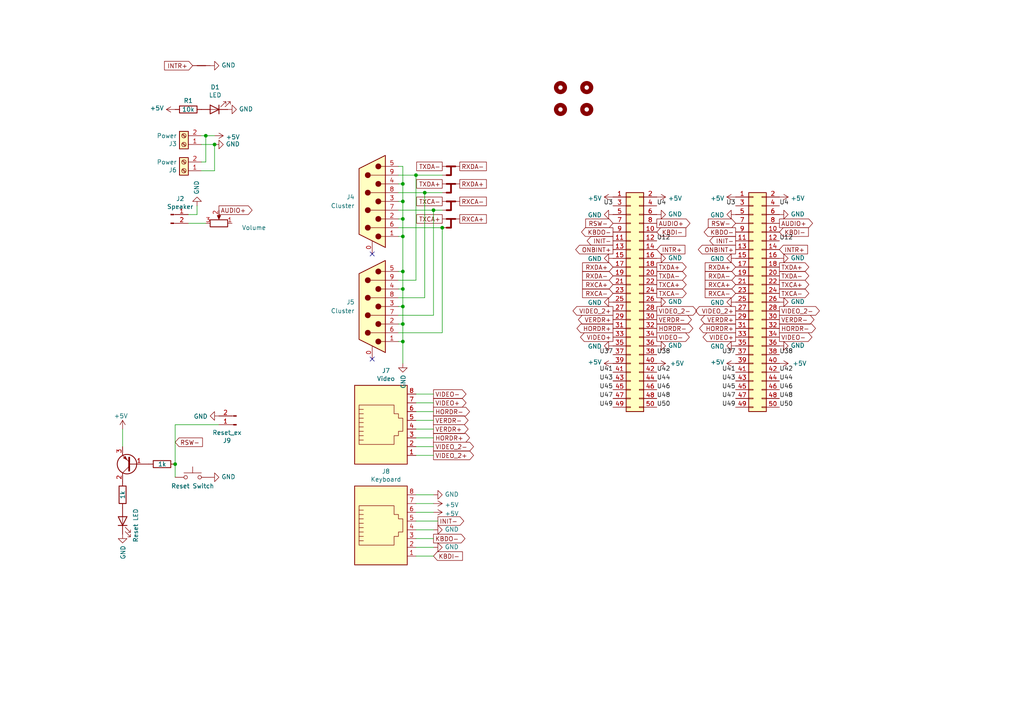
<source format=kicad_sch>
(kicad_sch (version 20231120) (generator "eeschema") (generator_version "8.0")
  (paper "A4")
  (lib_symbols
    (symbol "AWS_CPU_Interface_Board-rescue:+5V-power" (power) (pin_names (offset 0))
      (property "Value" "power_+5V" (at 0 3.556 0))
      (symbol "+5V-power_0_1"
        (polyline (pts (xy -0.762 1.27) (xy 0 2.54)))
        (polyline (pts (xy 0 0) (xy 0 2.54)))
        (polyline (pts (xy 0 2.54) (xy 0.762 1.27)))
      )
      (symbol "+5V-power_1_1"
        (pin power_in line (at 0 0 90) (length 0) hide (name "+5V") (number "1"))
      )
    )
    (symbol "AWS_CPU_Interface_Board-rescue:Conn_01x02_Male-Connector" (pin_names (offset 1.016) hide)
      (property "Reference" "J" (at 0 2.54 0))
      (property "Value" "Connector_Conn_01x02_Male" (at 0 -5.08 0))
      (symbol "Conn_01x02_Male-Connector_1_1"
        (polyline (pts (xy 1.27 -2.54) (xy 0.8636 -2.54)) (stroke (width 0.1524)))
        (polyline (pts (xy 1.27 0) (xy 0.8636 0)) (stroke (width 0.1524)))
        (rectangle (start 0.8636 -2.413) (end 0 -2.667) (stroke (width 0.1524)) (fill (type outline)))
        (rectangle (start 0.8636 0.127) (end 0 -0.127) (stroke (width 0.1524)) (fill (type outline)))
        (pin passive line (at 5.08 0 180) (length 3.81) (name "Pin_1") (number "1"))
        (pin passive line (at 5.08 -2.54 180) (length 3.81) (name "Pin_2") (number "2"))
      )
    )
    (symbol "AWS_CPU_Interface_Board-rescue:Conn_2Rows-50Pins-Connector_Generic_Custom" (pin_names (offset 1.016) hide)
      (property "Reference" "J" (at 1.27 33.02 0))
      (property "Value" "Conn_2Rows-50Pins-Connector_Generic_Custom" (at 1.27 -33.02 0))
      (symbol "Conn_2Rows-50Pins-Connector_Generic_Custom_1_1"
        (rectangle (start -1.27 -30.353) (end 0 -30.607) (stroke (width 0.1524)))
        (rectangle (start -1.27 -27.813) (end 0 -28.067) (stroke (width 0.1524)))
        (rectangle (start -1.27 -25.273) (end 0 -25.527) (stroke (width 0.1524)))
        (rectangle (start -1.27 -22.733) (end 0 -22.987) (stroke (width 0.1524)))
        (rectangle (start -1.27 -20.193) (end 0 -20.447) (stroke (width 0.1524)))
        (rectangle (start -1.27 -17.653) (end 0 -17.907) (stroke (width 0.1524)))
        (rectangle (start -1.27 -15.113) (end 0 -15.367) (stroke (width 0.1524)))
        (rectangle (start -1.27 -12.573) (end 0 -12.827) (stroke (width 0.1524)))
        (rectangle (start -1.27 -10.033) (end 0 -10.287) (stroke (width 0.1524)))
        (rectangle (start -1.27 -7.493) (end 0 -7.747) (stroke (width 0.1524)))
        (rectangle (start -1.27 -4.953) (end 0 -5.207) (stroke (width 0.1524)))
        (rectangle (start -1.27 -2.413) (end 0 -2.667) (stroke (width 0.1524)))
        (rectangle (start -1.27 0.127) (end 0 -0.127) (stroke (width 0.1524)))
        (rectangle (start -1.27 2.667) (end 0 2.413) (stroke (width 0.1524)))
        (rectangle (start -1.27 5.207) (end 0 4.953) (stroke (width 0.1524)))
        (rectangle (start -1.27 7.747) (end 0 7.493) (stroke (width 0.1524)))
        (rectangle (start -1.27 10.287) (end 0 10.033) (stroke (width 0.1524)))
        (rectangle (start -1.27 12.827) (end 0 12.573) (stroke (width 0.1524)))
        (rectangle (start -1.27 15.367) (end 0 15.113) (stroke (width 0.1524)))
        (rectangle (start -1.27 17.907) (end 0 17.653) (stroke (width 0.1524)))
        (rectangle (start -1.27 20.447) (end 0 20.193) (stroke (width 0.1524)))
        (rectangle (start -1.27 22.987) (end 0 22.733) (stroke (width 0.1524)))
        (rectangle (start -1.27 25.527) (end 0 25.273) (stroke (width 0.1524)))
        (rectangle (start -1.27 28.067) (end 0 27.813) (stroke (width 0.1524)))
        (rectangle (start -1.27 30.607) (end 0 30.353) (stroke (width 0.1524)))
        (rectangle (start -1.27 31.75) (end 3.81 -31.75) (stroke (width 0.254)) (fill (type background)))
        (rectangle (start 3.81 -30.353) (end 2.54 -30.607) (stroke (width 0.1524)))
        (rectangle (start 3.81 -27.813) (end 2.54 -28.067) (stroke (width 0.1524)))
        (rectangle (start 3.81 -25.273) (end 2.54 -25.527) (stroke (width 0.1524)))
        (rectangle (start 3.81 -22.733) (end 2.54 -22.987) (stroke (width 0.1524)))
        (rectangle (start 3.81 -20.193) (end 2.54 -20.447) (stroke (width 0.1524)))
        (rectangle (start 3.81 -17.653) (end 2.54 -17.907) (stroke (width 0.1524)))
        (rectangle (start 3.81 -15.113) (end 2.54 -15.367) (stroke (width 0.1524)))
        (rectangle (start 3.81 -12.573) (end 2.54 -12.827) (stroke (width 0.1524)))
        (rectangle (start 3.81 -10.033) (end 2.54 -10.287) (stroke (width 0.1524)))
        (rectangle (start 3.81 -7.493) (end 2.54 -7.747) (stroke (width 0.1524)))
        (rectangle (start 3.81 -4.953) (end 2.54 -5.207) (stroke (width 0.1524)))
        (rectangle (start 3.81 -2.413) (end 2.54 -2.667) (stroke (width 0.1524)))
        (rectangle (start 3.81 0.127) (end 2.54 -0.127) (stroke (width 0.1524)))
        (rectangle (start 3.81 2.667) (end 2.54 2.413) (stroke (width 0.1524)))
        (rectangle (start 3.81 5.207) (end 2.54 4.953) (stroke (width 0.1524)))
        (rectangle (start 3.81 7.747) (end 2.54 7.493) (stroke (width 0.1524)))
        (rectangle (start 3.81 10.287) (end 2.54 10.033) (stroke (width 0.1524)))
        (rectangle (start 3.81 12.827) (end 2.54 12.573) (stroke (width 0.1524)))
        (rectangle (start 3.81 15.367) (end 2.54 15.113) (stroke (width 0.1524)))
        (rectangle (start 3.81 17.907) (end 2.54 17.653) (stroke (width 0.1524)))
        (rectangle (start 3.81 20.447) (end 2.54 20.193) (stroke (width 0.1524)))
        (rectangle (start 3.81 22.987) (end 2.54 22.733) (stroke (width 0.1524)))
        (rectangle (start 3.81 25.527) (end 2.54 25.273) (stroke (width 0.1524)))
        (rectangle (start 3.81 28.067) (end 2.54 27.813) (stroke (width 0.1524)))
        (rectangle (start 3.81 30.607) (end 2.54 30.353) (stroke (width 0.1524)))
        (pin passive line (at -5.08 30.48 0) (length 3.81) (name "Pin_1") (number "1"))
        (pin passive line (at 7.62 20.32 180) (length 3.81) (name "Pin_10") (number "10"))
        (pin passive line (at -5.08 17.78 0) (length 3.81) (name "Pin_11") (number "11"))
        (pin passive line (at 7.62 17.78 180) (length 3.81) (name "Pin_12") (number "12"))
        (pin passive line (at -5.08 15.24 0) (length 3.81) (name "Pin_13") (number "13"))
        (pin passive line (at 7.62 15.24 180) (length 3.81) (name "Pin_14") (number "14"))
        (pin passive line (at -5.08 12.7 0) (length 3.81) (name "Pin_15") (number "15"))
        (pin passive line (at 7.62 12.7 180) (length 3.81) (name "Pin_16") (number "16"))
        (pin passive line (at -5.08 10.16 0) (length 3.81) (name "Pin_17") (number "17"))
        (pin passive line (at 7.62 10.16 180) (length 3.81) (name "Pin_18") (number "18"))
        (pin passive line (at -5.08 7.62 0) (length 3.81) (name "Pin_19") (number "19"))
        (pin passive line (at 7.62 30.48 180) (length 3.81) (name "Pin_2") (number "2"))
        (pin passive line (at 7.62 7.62 180) (length 3.81) (name "Pin_20") (number "20"))
        (pin passive line (at -5.08 5.08 0) (length 3.81) (name "Pin_21") (number "21"))
        (pin passive line (at 7.62 5.08 180) (length 3.81) (name "Pin_22") (number "22"))
        (pin passive line (at -5.08 2.54 0) (length 3.81) (name "Pin_23") (number "23"))
        (pin passive line (at 7.62 2.54 180) (length 3.81) (name "Pin_24") (number "24"))
        (pin passive line (at -5.08 0 0) (length 3.81) (name "Pin_25") (number "25"))
        (pin passive line (at 7.62 0 180) (length 3.81) (name "Pin_26") (number "26"))
        (pin passive line (at -5.08 -2.54 0) (length 3.81) (name "Pin_27") (number "27"))
        (pin passive line (at 7.62 -2.54 180) (length 3.81) (name "Pin_28") (number "28"))
        (pin passive line (at -5.08 -5.08 0) (length 3.81) (name "Pin_29") (number "29"))
        (pin passive line (at -5.08 27.94 0) (length 3.81) (name "Pin_3") (number "3"))
        (pin passive line (at 7.62 -5.08 180) (length 3.81) (name "Pin_30") (number "30"))
        (pin passive line (at -5.08 -7.62 0) (length 3.81) (name "Pin_31") (number "31"))
        (pin passive line (at 7.62 -7.62 180) (length 3.81) (name "Pin_32") (number "32"))
        (pin passive line (at -5.08 -10.16 0) (length 3.81) (name "Pin_33") (number "33"))
        (pin passive line (at 7.62 -10.16 180) (length 3.81) (name "Pin_34") (number "34"))
        (pin passive line (at -5.08 -12.7 0) (length 3.81) (name "Pin_35") (number "35"))
        (pin passive line (at 7.62 -12.7 180) (length 3.81) (name "Pin_36") (number "36"))
        (pin passive line (at -5.08 -15.24 0) (length 3.81) (name "Pin_37") (number "37"))
        (pin passive line (at 7.62 -15.24 180) (length 3.81) (name "Pin_38") (number "38"))
        (pin passive line (at -5.08 -17.78 0) (length 3.81) (name "Pin_39") (number "39"))
        (pin passive line (at 7.62 27.94 180) (length 3.81) (name "Pin_4") (number "4"))
        (pin passive line (at 7.62 -17.78 180) (length 3.81) (name "Pin_40") (number "40"))
        (pin passive line (at -5.08 -20.32 0) (length 3.81) (name "Pin_41") (number "41"))
        (pin passive line (at 7.62 -20.32 180) (length 3.81) (name "Pin_42") (number "42"))
        (pin passive line (at -5.08 -22.86 0) (length 3.81) (name "Pin_43") (number "43"))
        (pin passive line (at 7.62 -22.86 180) (length 3.81) (name "Pin_44") (number "44"))
        (pin passive line (at -5.08 -25.4 0) (length 3.81) (name "Pin_45") (number "45"))
        (pin passive line (at 7.62 -25.4 180) (length 3.81) (name "Pin_46") (number "46"))
        (pin passive line (at -5.08 -27.94 0) (length 3.81) (name "Pin_47") (number "47"))
        (pin passive line (at 7.62 -27.94 180) (length 3.81) (name "Pin_48") (number "48"))
        (pin passive line (at -5.08 -30.48 0) (length 3.81) (name "Pin_49") (number "49"))
        (pin passive line (at -5.08 25.4 0) (length 3.81) (name "Pin_5") (number "5"))
        (pin passive line (at 7.62 -30.48 180) (length 3.81) (name "Pin_50") (number "50"))
        (pin passive line (at 7.62 25.4 180) (length 3.81) (name "Pin_6") (number "6"))
        (pin passive line (at -5.08 22.86 0) (length 3.81) (name "Pin_7") (number "7"))
        (pin passive line (at 7.62 22.86 180) (length 3.81) (name "Pin_8") (number "8"))
        (pin passive line (at -5.08 20.32 0) (length 3.81) (name "Pin_9") (number "9"))
      )
    )
    (symbol "AWS_CPU_Interface_Board-rescue:GND-power" (power) (pin_names (offset 0))
      (property "Value" "power_GND" (at 0 -3.81 0))
      (symbol "GND-power_0_1"
        (polyline (pts (xy 0 0) (xy 0 -1.27) (xy 1.27 -1.27) (xy 0 -2.54) (xy -1.27 -1.27) (xy 0 -1.27)))
      )
      (symbol "GND-power_1_1"
        (pin power_in line (at 0 0 270) (length 0) hide (name "GND") (number "1"))
      )
    )
    (symbol "AWS_CPU_Interface_Board-rescue:Net-Tie_2-Device" (pin_numbers hide) (pin_names (offset 0) hide)
      (property "Reference" "NT" (at 0 1.27 0))
      (property "Value" "Device_Net-Tie_2" (at 0 -1.27 0))
      (symbol "Net-Tie_2-Device_0_1"
        (polyline (pts (xy -1.27 0) (xy 1.27 0)) (stroke (width 0.254)))
      )
      (symbol "Net-Tie_2-Device_1_1"
        (pin passive line (at -2.54 0 0) (length 2.54) (name "1") (number "1"))
        (pin passive line (at 2.54 0 180) (length 2.54) (name "2") (number "2"))
      )
    )
    (symbol "AWS_CPU_Interface_Board-rescue:Net-Tie_3-Device" (pin_numbers hide) (pin_names (offset 0) hide)
      (property "Reference" "NT" (at 0 1.27 0))
      (property "Value" "Device_Net-Tie_3" (at 0 -3.81 0))
      (symbol "Net-Tie_3-Device_0_1"
        (polyline (pts (xy -1.27 0) (xy 1.27 0)) (stroke (width 0.508)))
        (polyline (pts (xy 0 0) (xy 0 -2.54) (xy -1.27 -2.54)) (stroke (width 0.508)))
      )
      (symbol "Net-Tie_3-Device_1_1"
        (pin passive line (at -2.54 0 0) (length 2.54) (name "1") (number "1"))
        (pin passive line (at 2.54 0 180) (length 2.54) (name "2") (number "2"))
        (pin passive line (at -2.54 -2.54 0) (length 2.54) (name "3") (number "3"))
      )
    )
    (symbol "AWS_CPU_Interface_Board-rescue:R_POT-Device" (pin_names (offset 1.016) hide)
      (property "Reference" "RV" (at -4.445 0 90))
      (property "Value" "Device_R_POT" (at -2.54 0 90))
      (symbol "R_POT-Device_0_1"
        (polyline (pts (xy 2.54 0) (xy 1.524 0)))
        (polyline (pts (xy 1.143 0) (xy 2.286 0.508) (xy 2.286 -0.508) (xy 1.143 0)) (fill (type outline)))
        (rectangle (start 1.016 2.54) (end -1.016 -2.54) (stroke (width 0.254)))
      )
      (symbol "R_POT-Device_1_1"
        (pin passive line (at 0 3.81 270) (length 1.27) (name "1") (number "1"))
        (pin passive line (at 3.81 0 180) (length 1.27) (name "2") (number "2"))
        (pin passive line (at 0 -3.81 90) (length 1.27) (name "3") (number "3"))
      )
    )
    (symbol "Connector:DE9_Plug_MountingHoles" (pin_names (offset 1.016) hide)
      (property "Reference" "J" (at 0 16.51 0))
      (property "Value" "DE9_Plug_MountingHoles" (at 0 14.605 0))
      (symbol "DE9_Plug_MountingHoles_0_1"
        (circle (center -1.778 -10.16) (radius 0.762) (fill (type outline)))
        (circle (center -1.778 -5.08) (radius 0.762) (fill (type outline)))
        (circle (center -1.778 0) (radius 0.762) (fill (type outline)))
        (circle (center -1.778 5.08) (radius 0.762) (fill (type outline)))
        (circle (center -1.778 10.16) (radius 0.762) (fill (type outline)))
        (polyline (pts (xy -3.81 -10.16) (xy -2.54 -10.16)))
        (polyline (pts (xy -3.81 -7.62) (xy 0.508 -7.62)))
        (polyline (pts (xy -3.81 -5.08) (xy -2.54 -5.08)))
        (polyline (pts (xy -3.81 -2.54) (xy 0.508 -2.54)))
        (polyline (pts (xy -3.81 0) (xy -2.54 0)))
        (polyline (pts (xy -3.81 2.54) (xy 0.508 2.54)))
        (polyline (pts (xy -3.81 5.08) (xy -2.54 5.08)))
        (polyline (pts (xy -3.81 7.62) (xy 0.508 7.62)))
        (polyline (pts (xy -3.81 10.16) (xy -2.54 10.16)))
        (polyline (pts (xy -3.81 -13.335) (xy -3.81 13.335) (xy 3.81 9.525) (xy 3.81 -9.525) (xy -3.81 -13.335)) (stroke (width 0.254)) (fill (type background)))
        (circle (center 1.27 -7.62) (radius 0.762) (fill (type outline)))
        (circle (center 1.27 -2.54) (radius 0.762) (fill (type outline)))
        (circle (center 1.27 2.54) (radius 0.762) (fill (type outline)))
        (circle (center 1.27 7.62) (radius 0.762) (fill (type outline)))
      )
      (symbol "DE9_Plug_MountingHoles_1_1"
        (pin passive line (at 0 -15.24 90) (length 3.81) (name "PAD") (number "0"))
        (pin passive line (at -7.62 -10.16 0) (length 3.81) (name "1") (number "1"))
        (pin passive line (at -7.62 -5.08 0) (length 3.81) (name "2") (number "2"))
        (pin passive line (at -7.62 0 0) (length 3.81) (name "3") (number "3"))
        (pin passive line (at -7.62 5.08 0) (length 3.81) (name "4") (number "4"))
        (pin passive line (at -7.62 10.16 0) (length 3.81) (name "5") (number "5"))
        (pin passive line (at -7.62 -7.62 0) (length 3.81) (name "6") (number "6"))
        (pin passive line (at -7.62 -2.54 0) (length 3.81) (name "7") (number "7"))
        (pin passive line (at -7.62 2.54 0) (length 3.81) (name "8") (number "8"))
        (pin passive line (at -7.62 7.62 0) (length 3.81) (name "9") (number "9"))
      )
    )
    (symbol "Connector:RJ45" (pin_names (offset 1.016))
      (property "Reference" "J" (at -5.08 13.97 0))
      (property "Value" "RJ45" (at 2.54 13.97 0))
      (symbol "RJ45_0_1"
        (polyline (pts (xy -5.08 4.445) (xy -6.35 4.445)))
        (polyline (pts (xy -5.08 5.715) (xy -6.35 5.715)))
        (polyline (pts (xy -6.35 -3.175) (xy -5.08 -3.175) (xy -5.08 -3.175)))
        (polyline (pts (xy -6.35 -1.905) (xy -5.08 -1.905) (xy -5.08 -1.905)))
        (polyline (pts (xy -6.35 -0.635) (xy -5.08 -0.635) (xy -5.08 -0.635)))
        (polyline (pts (xy -6.35 0.635) (xy -5.08 0.635) (xy -5.08 0.635)))
        (polyline (pts (xy -6.35 1.905) (xy -5.08 1.905) (xy -5.08 1.905)))
        (polyline (pts (xy -5.08 3.175) (xy -6.35 3.175) (xy -6.35 3.175)))
        (polyline (pts (xy -6.35 -4.445) (xy -6.35 6.985) (xy 3.81 6.985) (xy 3.81 4.445) (xy 5.08 4.445) (xy 5.08 3.175) (xy 6.35 3.175) (xy 6.35 -0.635) (xy 5.08 -0.635) (xy 5.08 -1.905) (xy 3.81 -1.905) (xy 3.81 -4.445) (xy -6.35 -4.445) (xy -6.35 -4.445)))
        (rectangle (start 7.62 12.7) (end -7.62 -10.16) (stroke (width 0.254)) (fill (type background)))
      )
      (symbol "RJ45_1_1"
        (pin passive line (at 10.16 -7.62 180) (length 2.54) (name "~") (number "1"))
        (pin passive line (at 10.16 -5.08 180) (length 2.54) (name "~") (number "2"))
        (pin passive line (at 10.16 -2.54 180) (length 2.54) (name "~") (number "3"))
        (pin passive line (at 10.16 0 180) (length 2.54) (name "~") (number "4"))
        (pin passive line (at 10.16 2.54 180) (length 2.54) (name "~") (number "5"))
        (pin passive line (at 10.16 5.08 180) (length 2.54) (name "~") (number "6"))
        (pin passive line (at 10.16 7.62 180) (length 2.54) (name "~") (number "7"))
        (pin passive line (at 10.16 10.16 180) (length 2.54) (name "~") (number "8"))
      )
    )
    (symbol "Connector:Screw_Terminal_01x02" (pin_names (offset 1.016) hide)
      (property "Reference" "J" (at 0 2.54 0))
      (property "Value" "Screw_Terminal_01x02" (at 0 -5.08 0))
      (symbol "Screw_Terminal_01x02_1_1"
        (rectangle (start -1.27 1.27) (end 1.27 -3.81) (stroke (width 0.254)) (fill (type background)))
        (circle (center 0 -2.54) (radius 0.635) (stroke (width 0.1524)))
        (polyline (pts (xy -0.5334 -2.2098) (xy 0.3302 -3.048)) (stroke (width 0.1524)))
        (polyline (pts (xy -0.5334 0.3302) (xy 0.3302 -0.508)) (stroke (width 0.1524)))
        (polyline (pts (xy -0.3556 -2.032) (xy 0.508 -2.8702)) (stroke (width 0.1524)))
        (polyline (pts (xy -0.3556 0.508) (xy 0.508 -0.3302)) (stroke (width 0.1524)))
        (circle (center 0 0) (radius 0.635) (stroke (width 0.1524)))
        (pin passive line (at -5.08 0 0) (length 3.81) (name "Pin_1") (number "1"))
        (pin passive line (at -5.08 -2.54 0) (length 3.81) (name "Pin_2") (number "2"))
      )
    )
    (symbol "Device:LED" (pin_numbers hide) (pin_names (offset 1.016) hide)
      (property "Reference" "D" (at 0 2.54 0))
      (property "Value" "LED" (at 0 -2.54 0))
      (symbol "LED_0_1"
        (polyline (pts (xy -1.27 -1.27) (xy -1.27 1.27)) (stroke (width 0.254)))
        (polyline (pts (xy -1.27 0) (xy 1.27 0)))
        (polyline (pts (xy 1.27 -1.27) (xy 1.27 1.27) (xy -1.27 0) (xy 1.27 -1.27)) (stroke (width 0.254)))
        (polyline (pts (xy -3.048 -0.762) (xy -4.572 -2.286) (xy -3.81 -2.286) (xy -4.572 -2.286) (xy -4.572 -1.524)))
        (polyline (pts (xy -1.778 -0.762) (xy -3.302 -2.286) (xy -2.54 -2.286) (xy -3.302 -2.286) (xy -3.302 -1.524)))
      )
      (symbol "LED_1_1"
        (pin passive line (at -3.81 0 0) (length 2.54) (name "K") (number "1"))
        (pin passive line (at 3.81 0 180) (length 2.54) (name "A") (number "2"))
      )
    )
    (symbol "Device:Q_PNP_BCE" (pin_names (offset 0) hide)
      (property "Reference" "Q" (at 5.08 1.27 0))
      (property "Value" "Q_PNP_BCE" (at 5.08 -1.27 0))
      (symbol "Q_PNP_BCE_0_1"
        (polyline (pts (xy 0.635 0.635) (xy 2.54 2.54)))
        (polyline (pts (xy 0.635 -0.635) (xy 2.54 -2.54) (xy 2.54 -2.54)))
        (polyline (pts (xy 0.635 1.905) (xy 0.635 -1.905) (xy 0.635 -1.905)) (stroke (width 0.508)))
        (polyline (pts (xy 2.286 -1.778) (xy 1.778 -2.286) (xy 1.27 -1.27) (xy 2.286 -1.778) (xy 2.286 -1.778)) (fill (type outline)))
        (circle (center 1.27 0) (radius 2.8194) (stroke (width 0.254)))
      )
      (symbol "Q_PNP_BCE_1_1"
        (pin input line (at -5.08 0 0) (length 5.715) (name "B") (number "1"))
        (pin passive line (at 2.54 5.08 270) (length 2.54) (name "C") (number "2"))
        (pin passive line (at 2.54 -5.08 90) (length 2.54) (name "E") (number "3"))
      )
    )
    (symbol "Device:R" (pin_numbers hide) (pin_names (offset 0))
      (property "Reference" "R" (at 2.032 0 90))
      (property "Value" "R" (at 0 0 90))
      (symbol "R_0_1"
        (rectangle (start -1.016 -2.54) (end 1.016 2.54) (stroke (width 0.254)))
      )
      (symbol "R_1_1"
        (pin passive line (at 0 3.81 270) (length 1.27) (name "~") (number "1"))
        (pin passive line (at 0 -3.81 90) (length 1.27) (name "~") (number "2"))
      )
    )
    (symbol "Mechanical:MountingHole" (pin_names (offset 1.016)) (exclude_from_sim yes) (in_bom no)
      (property "Reference" "H" (at 0 5.08 0))
      (property "Value" "MountingHole" (at 0 3.175 0))
      (symbol "MountingHole_0_1"
        (circle (center 0 0) (radius 1.27) (stroke (width 1.27)))
      )
    )
    (symbol "Switch:SW_Push" (pin_numbers hide) (pin_names (offset 1.016) hide)
      (property "Reference" "SW" (at 1.27 2.54 0))
      (property "Value" "SW_Push" (at 0 -1.524 0))
      (symbol "SW_Push_0_1"
        (circle (center -2.032 0) (radius 0.508))
        (polyline (pts (xy 0 1.27) (xy 0 3.048)))
        (polyline (pts (xy 2.54 1.27) (xy -2.54 1.27)))
        (circle (center 2.032 0) (radius 0.508))
        (pin passive line (at -5.08 0 0) (length 2.54) (name "1") (number "1"))
        (pin passive line (at 5.08 0 180) (length 2.54) (name "2") (number "2"))
      )
    )
  )
  (junction (at 116.84 53.34))
  (junction (at 123.19 55.88))
  (junction (at 116.84 63.5))
  (junction (at 116.84 83.82))
  (junction (at 62.23 41.91))
  (junction (at 120.65 50.8))
  (junction (at 116.84 78.74))
  (junction (at 116.84 88.9))
  (junction (at 116.84 58.42))
  (junction (at 128.27 66.04))
  (junction (at 116.84 99.06))
  (junction (at 50.8 134.62))
  (junction (at 59.69 39.37))
  (junction (at 116.84 93.98))
  (junction (at 125.73 60.96))
  (junction (at 116.84 68.58))
  (no_connect (at 107.95 104.14))
  (no_connect (at 107.95 73.66))
  (wire (pts (xy 120.65 50.8) (xy 128.27 50.8)))
  (wire (pts (xy 116.84 68.58) (xy 115.57 68.58)))
  (wire (pts (xy 116.84 68.58) (xy 116.84 78.74)))
  (wire (pts (xy 35.56 124.46) (xy 35.56 129.54)))
  (wire (pts (xy 116.84 78.74) (xy 116.84 83.82)))
  (wire (pts (xy 116.84 58.42) (xy 116.84 63.5)))
  (wire (pts (xy 116.84 93.98) (xy 116.84 99.06)))
  (wire (pts (xy 59.69 39.37) (xy 62.23 39.37)))
  (wire (pts (xy 120.65 119.38) (xy 125.73 119.38)))
  (wire (pts (xy 115.57 48.26) (xy 116.84 48.26)))
  (wire (pts (xy 120.65 158.75) (xy 125.73 158.75)))
  (wire (pts (xy 116.84 58.42) (xy 115.57 58.42)))
  (wire (pts (xy 116.84 88.9) (xy 115.57 88.9)))
  (wire (pts (xy 120.65 124.46) (xy 125.73 124.46)))
  (wire (pts (xy 120.65 116.84) (xy 125.73 116.84)))
  (wire (pts (xy 115.57 96.52) (xy 128.27 96.52)))
  (wire (pts (xy 123.19 86.36) (xy 123.19 55.88)))
  (wire (pts (xy 57.15 62.23) (xy 57.15 59.69)))
  (wire (pts (xy 50.8 123.19) (xy 63.5 123.19)))
  (wire (pts (xy 116.84 99.06) (xy 116.84 105.41)))
  (wire (pts (xy 120.65 121.92) (xy 125.73 121.92)))
  (wire (pts (xy 59.69 46.99) (xy 58.42 46.99)))
  (wire (pts (xy 116.84 83.82) (xy 115.57 83.82)))
  (wire (pts (xy 120.65 161.29) (xy 125.73 161.29)))
  (wire (pts (xy 116.84 93.98) (xy 115.57 93.98)))
  (wire (pts (xy 116.84 99.06) (xy 115.57 99.06)))
  (wire (pts (xy 120.65 151.13) (xy 127 151.13)))
  (wire (pts (xy 115.57 55.88) (xy 123.19 55.88)))
  (wire (pts (xy 54.61 64.77) (xy 59.69 64.77)))
  (wire (pts (xy 123.19 55.88) (xy 128.27 55.88)))
  (wire (pts (xy 120.65 129.54) (xy 125.73 129.54)))
  (wire (pts (xy 116.84 53.34) (xy 116.84 58.42)))
  (wire (pts (xy 125.73 60.96) (xy 128.27 60.96)))
  (wire (pts (xy 115.57 66.04) (xy 128.27 66.04)))
  (wire (pts (xy 58.42 39.37) (xy 59.69 39.37)))
  (wire (pts (xy 115.57 86.36) (xy 123.19 86.36)))
  (wire (pts (xy 120.65 127) (xy 125.73 127)))
  (wire (pts (xy 115.57 91.44) (xy 125.73 91.44)))
  (wire (pts (xy 120.65 143.51) (xy 125.73 143.51)))
  (wire (pts (xy 120.65 153.67) (xy 125.73 153.67)))
  (wire (pts (xy 116.84 88.9) (xy 116.84 93.98)))
  (wire (pts (xy 125.73 91.44) (xy 125.73 60.96)))
  (wire (pts (xy 115.57 60.96) (xy 125.73 60.96)))
  (wire (pts (xy 116.84 63.5) (xy 115.57 63.5)))
  (wire (pts (xy 115.57 50.8) (xy 120.65 50.8)))
  (wire (pts (xy 120.65 132.08) (xy 125.73 132.08)))
  (wire (pts (xy 120.65 81.28) (xy 120.65 50.8)))
  (wire (pts (xy 50.8 134.62) (xy 50.8 138.43)))
  (wire (pts (xy 59.69 39.37) (xy 59.69 46.99)))
  (wire (pts (xy 120.65 114.3) (xy 125.73 114.3)))
  (wire (pts (xy 62.23 41.91) (xy 62.23 49.53)))
  (wire (pts (xy 58.42 41.91) (xy 62.23 41.91)))
  (wire (pts (xy 125.73 146.05) (xy 120.65 146.05)))
  (wire (pts (xy 116.84 53.34) (xy 115.57 53.34)))
  (wire (pts (xy 115.57 81.28) (xy 120.65 81.28)))
  (wire (pts (xy 120.65 156.21) (xy 125.73 156.21)))
  (wire (pts (xy 116.84 63.5) (xy 116.84 68.58)))
  (wire (pts (xy 116.84 78.74) (xy 115.57 78.74)))
  (wire (pts (xy 116.84 48.26) (xy 116.84 53.34)))
  (wire (pts (xy 116.84 83.82) (xy 116.84 88.9)))
  (wire (pts (xy 120.65 148.59) (xy 125.73 148.59)))
  (wire (pts (xy 54.61 62.23) (xy 57.15 62.23)))
  (wire (pts (xy 62.23 49.53) (xy 58.42 49.53)))
  (wire (pts (xy 50.8 123.19) (xy 50.8 134.62)))
  (wire (pts (xy 128.27 96.52) (xy 128.27 66.04)))
  (label "U38" (at 226.06 102.87 0))
  (label "U46" (at 226.06 113.03 0))
  (label "U45" (at 213.36 113.03 180))
  (label "U44" (at 226.06 110.49 0))
  (label "U48" (at 226.06 115.57 0))
  (label "U50" (at 190.5 118.11 0))
  (label "U12" (at 226.06 69.85 0))
  (label "U44" (at 190.5 110.49 0))
  (label "U3" (at 177.8 59.69 180))
  (label "U38" (at 190.5 102.87 0))
  (label "U3" (at 213.36 59.69 180))
  (label "U4" (at 226.06 59.69 0))
  (label "U45" (at 177.8 113.03 180))
  (label "U43" (at 177.8 110.49 180))
  (label "U12" (at 190.5 69.85 0))
  (label "U37" (at 177.8 102.87 180))
  (label "U50" (at 226.06 118.11 0))
  (label "U49" (at 177.8 118.11 180))
  (label "U41" (at 177.8 107.95 180))
  (label "U47" (at 177.8 115.57 180))
  (label "U48" (at 190.5 115.57 0))
  (label "U43" (at 213.36 110.49 180))
  (label "U49" (at 213.36 118.11 180))
  (label "U4" (at 190.5 59.69 0))
  (label "U42" (at 190.5 107.95 0))
  (label "U37" (at 213.36 102.87 180))
  (label "U41" (at 213.36 107.95 180))
  (label "U47" (at 213.36 115.57 180))
  (label "U46" (at 190.5 113.03 0))
  (label "U42" (at 226.06 107.95 0))
  (global_label "VIDEO_2+" (shape output) (at 213.36 90.17 180) (property "Intersheetrefs" "${INTERSHEET_REFS}" (effects (hide yes))))
  (global_label "HORDR+" (shape output) (at 213.36 95.25 180) (property "Intersheetrefs" "${INTERSHEET_REFS}" (effects (hide yes))))
  (global_label "VIDEO_2-" (shape output) (at 190.5 90.17 0) (property "Intersheetrefs" "${INTERSHEET_REFS}" (effects (hide yes))))
  (global_label "TXCA-" (shape output) (at 190.5 85.09 0) (property "Intersheetrefs" "${INTERSHEET_REFS}" (effects (hide yes))))
  (global_label "VERDR-" (shape output) (at 190.5 92.71 0) (property "Intersheetrefs" "${INTERSHEET_REFS}" (effects (hide yes))))
  (global_label "VIDEO_2-" (shape output) (at 226.06 90.17 0) (property "Intersheetrefs" "${INTERSHEET_REFS}" (effects (hide yes))))
  (global_label "VERDR+" (shape output) (at 213.36 92.71 180) (property "Intersheetrefs" "${INTERSHEET_REFS}" (effects (hide yes))))
  (global_label "KBDI-" (shape input) (at 190.5 67.31 0) (property "Intersheetrefs" "${INTERSHEET_REFS}" (effects (hide yes))))
  (global_label "VERDR+" (shape output) (at 177.8 92.71 180) (property "Intersheetrefs" "${INTERSHEET_REFS}" (effects (hide yes))))
  (global_label "VIDEO+" (shape output) (at 177.8 97.79 180) (property "Intersheetrefs" "${INTERSHEET_REFS}" (effects (hide yes))))
  (global_label "HORDR+" (shape output) (at 177.8 95.25 180) (property "Intersheetrefs" "${INTERSHEET_REFS}" (effects (hide yes))))
  (global_label "INIT-" (shape output) (at 127 151.13 0) (property "Intersheetrefs" "${INTERSHEET_REFS}" (effects (hide yes))))
  (global_label "ONBINT+" (shape output) (at 177.8 72.39 180) (property "Intersheetrefs" "${INTERSHEET_REFS}" (effects (hide yes))))
  (global_label "RXDA+" (shape passive) (at 133.35 53.34 0) (property "Intersheetrefs" "${INTERSHEET_REFS}" (effects (hide yes))))
  (global_label "TXDA-" (shape output) (at 226.06 80.01 0) (property "Intersheetrefs" "${INTERSHEET_REFS}" (effects (hide yes))))
  (global_label "HORDR-" (shape output) (at 125.73 119.38 0) (property "Intersheetrefs" "${INTERSHEET_REFS}" (effects (hide yes))))
  (global_label "RXDA-" (shape input) (at 177.8 80.01 180) (property "Intersheetrefs" "${INTERSHEET_REFS}" (effects (hide yes))))
  (global_label "VERDR-" (shape output) (at 125.73 121.92 0) (property "Intersheetrefs" "${INTERSHEET_REFS}" (effects (hide yes))))
  (global_label "TXCA+" (shape output) (at 226.06 82.55 0) (property "Intersheetrefs" "${INTERSHEET_REFS}" (effects (hide yes))))
  (global_label "VERDR-" (shape output) (at 226.06 92.71 0) (property "Intersheetrefs" "${INTERSHEET_REFS}" (effects (hide yes))))
  (global_label "TXDA-" (shape output) (at 190.5 80.01 0) (property "Intersheetrefs" "${INTERSHEET_REFS}" (effects (hide yes))))
  (global_label "RSW-" (shape input) (at 50.8 128.27 0) (property "Intersheetrefs" "${INTERSHEET_REFS}" (effects (hide yes))))
  (global_label "KBDO-" (shape output) (at 213.36 67.31 180) (property "Intersheetrefs" "${INTERSHEET_REFS}" (effects (hide yes))))
  (global_label "INTR+" (shape input) (at 190.5 72.39 0) (property "Intersheetrefs" "${INTERSHEET_REFS}" (effects (hide yes))))
  (global_label "RXCA+" (shape passive) (at 133.35 63.5 0) (property "Intersheetrefs" "${INTERSHEET_REFS}" (effects (hide yes))))
  (global_label "TXDA+" (shape output) (at 226.06 77.47 0) (property "Intersheetrefs" "${INTERSHEET_REFS}" (effects (hide yes))))
  (global_label "RXDA-" (shape input) (at 213.36 80.01 180) (property "Intersheetrefs" "${INTERSHEET_REFS}" (effects (hide yes))))
  (global_label "KBDI-" (shape input) (at 125.73 161.29 0) (property "Intersheetrefs" "${INTERSHEET_REFS}" (effects (hide yes))))
  (global_label "AUDIO+" (shape output) (at 226.06 64.77 0) (property "Intersheetrefs" "${INTERSHEET_REFS}" (effects (hide yes))))
  (global_label "RXDA+" (shape input) (at 177.8 77.47 180) (property "Intersheetrefs" "${INTERSHEET_REFS}" (effects (hide yes))))
  (global_label "RSW-" (shape input) (at 213.36 64.77 180) (property "Intersheetrefs" "${INTERSHEET_REFS}" (effects (hide yes))))
  (global_label "TXCA-" (shape passive) (at 128.27 58.42 180) (property "Intersheetrefs" "${INTERSHEET_REFS}" (effects (hide yes))))
  (global_label "TXDA+" (shape output) (at 190.5 77.47 0) (property "Intersheetrefs" "${INTERSHEET_REFS}" (effects (hide yes))))
  (global_label "VIDEO+" (shape output) (at 213.36 97.79 180) (property "Intersheetrefs" "${INTERSHEET_REFS}" (effects (hide yes))))
  (global_label "INTR+" (shape input) (at 55.88 19.05 180) (property "Intersheetrefs" "${INTERSHEET_REFS}" (effects (hide yes))))
  (global_label "TXDA+" (shape passive) (at 128.27 53.34 180) (property "Intersheetrefs" "${INTERSHEET_REFS}" (effects (hide yes))))
  (global_label "VIDEO_2+" (shape output) (at 125.73 132.08 0) (property "Intersheetrefs" "${INTERSHEET_REFS}" (effects (hide yes))))
  (global_label "TXCA+" (shape output) (at 190.5 82.55 0) (property "Intersheetrefs" "${INTERSHEET_REFS}" (effects (hide yes))))
  (global_label "RXDA+" (shape input) (at 213.36 77.47 180) (property "Intersheetrefs" "${INTERSHEET_REFS}" (effects (hide yes))))
  (global_label "RXCA-" (shape input) (at 213.36 85.09 180) (property "Intersheetrefs" "${INTERSHEET_REFS}" (effects (hide yes))))
  (global_label "RXDA-" (shape passive) (at 133.35 48.26 0) (property "Intersheetrefs" "${INTERSHEET_REFS}" (effects (hide yes))))
  (global_label "ONBINT+" (shape output) (at 213.36 72.39 180) (property "Intersheetrefs" "${INTERSHEET_REFS}" (effects (hide yes))))
  (global_label "VIDEO-" (shape output) (at 125.73 114.3 0) (property "Intersheetrefs" "${INTERSHEET_REFS}" (effects (hide yes))))
  (global_label "INIT-" (shape output) (at 177.8 69.85 180) (property "Intersheetrefs" "${INTERSHEET_REFS}" (effects (hide yes))))
  (global_label "RXCA+" (shape input) (at 213.36 82.55 180) (property "Intersheetrefs" "${INTERSHEET_REFS}" (effects (hide yes))))
  (global_label "TXCA-" (shape output) (at 226.06 85.09 0) (property "Intersheetrefs" "${INTERSHEET_REFS}" (effects (hide yes))))
  (global_label "VERDR+" (shape output) (at 125.73 124.46 0) (property "Intersheetrefs" "${INTERSHEET_REFS}" (effects (hide yes))))
  (global_label "HORDR-" (shape output) (at 190.5 95.25 0) (property "Intersheetrefs" "${INTERSHEET_REFS}" (effects (hide yes))))
  (global_label "TXCA+" (shape passive) (at 128.27 63.5 180) (property "Intersheetrefs" "${INTERSHEET_REFS}" (effects (hide yes))))
  (global_label "AUDIO+" (shape output) (at 190.5 64.77 0) (property "Intersheetrefs" "${INTERSHEET_REFS}" (effects (hide yes))))
  (global_label "VIDEO+" (shape output) (at 125.73 116.84 0) (property "Intersheetrefs" "${INTERSHEET_REFS}" (effects (hide yes))))
  (global_label "VIDEO-" (shape output) (at 190.5 97.79 0) (property "Intersheetrefs" "${INTERSHEET_REFS}" (effects (hide yes))))
  (global_label "INTR+" (shape input) (at 226.06 72.39 0) (property "Intersheetrefs" "${INTERSHEET_REFS}" (effects (hide yes))))
  (global_label "VIDEO_2+" (shape output) (at 177.8 90.17 180) (property "Intersheetrefs" "${INTERSHEET_REFS}" (effects (hide yes))))
  (global_label "TXDA-" (shape passive) (at 128.27 48.26 180) (property "Intersheetrefs" "${INTERSHEET_REFS}" (effects (hide yes))))
  (global_label "RXCA-" (shape input) (at 177.8 85.09 180) (property "Intersheetrefs" "${INTERSHEET_REFS}" (effects (hide yes))))
  (global_label "AUDIO+" (shape output) (at 63.5 60.96 0) (property "Intersheetrefs" "${INTERSHEET_REFS}" (effects (hide yes))))
  (global_label "HORDR+" (shape output) (at 125.73 127 0) (property "Intersheetrefs" "${INTERSHEET_REFS}" (effects (hide yes))))
  (global_label "HORDR-" (shape output) (at 226.06 95.25 0) (property "Intersheetrefs" "${INTERSHEET_REFS}" (effects (hide yes))))
  (global_label "VIDEO-" (shape output) (at 226.06 97.79 0) (property "Intersheetrefs" "${INTERSHEET_REFS}" (effects (hide yes))))
  (global_label "INIT-" (shape output) (at 213.36 69.85 180) (property "Intersheetrefs" "${INTERSHEET_REFS}" (effects (hide yes))))
  (global_label "VIDEO_2-" (shape output) (at 125.73 129.54 0) (property "Intersheetrefs" "${INTERSHEET_REFS}" (effects (hide yes))))
  (global_label "KBDO-" (shape output) (at 125.73 156.21 0) (property "Intersheetrefs" "${INTERSHEET_REFS}" (effects (hide yes))))
  (global_label "RSW-" (shape input) (at 177.8 64.77 180) (property "Intersheetrefs" "${INTERSHEET_REFS}" (effects (hide yes))))
  (global_label "KBDO-" (shape output) (at 177.8 67.31 180) (property "Intersheetrefs" "${INTERSHEET_REFS}" (effects (hide yes))))
  (global_label "RXCA+" (shape input) (at 177.8 82.55 180) (property "Intersheetrefs" "${INTERSHEET_REFS}" (effects (hide yes))))
  (global_label "RXCA-" (shape passive) (at 133.35 58.42 0) (property "Intersheetrefs" "${INTERSHEET_REFS}" (effects (hide yes))))
  (global_label "KBDI-" (shape input) (at 226.06 67.31 0) (property "Intersheetrefs" "${INTERSHEET_REFS}" (effects (hide yes))))
  (symbol (lib_id "AWS_CPU_Interface_Board-rescue:Conn_2Rows-50Pins-Connector_Generic_Custom") (at 218.44 87.63 0) (unit 1)
    (property "Reference" "J1" (effects (hide yes)))
    (property "Value" "Conn_2Rows-50Pins" (effects (hide yes)))
    (property "Footprint" "Connector_PinHeader_2.54mm_Custom:PinHeader_2x25_P2.54mm_Horizontal" (effects (hide yes)))
  )
  (symbol (lib_id "AWS_CPU_Interface_Board-rescue:R_POT-Device") (at 63.5 64.77 270) (mirror x) (unit 1)
    (property "Reference" "RV1" (effects (hide yes)))
    (property "Value" "Volume" (at 73.66 66.04 90))
    (property "Footprint" "Potentiometer_THT:Potentiometer_Bourns_PTV09A-1_Single_Vertical" (effects (hide yes)))
  )
  (symbol (lib_id "AWS_CPU_Interface_Board-rescue:+5V-power") (at 213.36 57.15 90) (mirror x) (unit 1)
    (property "Reference" "#PWR0116" (effects (hide yes)))
    (property "Value" "+5V" (at 210.1088 57.531 90) (effects (justify left)))
  )
  (symbol (lib_id "AWS_CPU_Interface_Board-rescue:+5V-power") (at 226.06 57.15 270) (unit 1)
    (property "Reference" "#PWR0115" (effects (hide yes)))
    (property "Value" "+5V" (at 229.3112 57.531 90) (effects (justify left)))
  )
  (symbol (lib_id "AWS_CPU_Interface_Board-rescue:GND-power") (at 226.06 62.23 90) (unit 1)
    (property "Reference" "#PWR0101" (effects (hide yes)))
    (property "Value" "GND" (at 229.3112 62.103 90) (effects (justify right)))
  )
  (symbol (lib_id "AWS_CPU_Interface_Board-rescue:GND-power") (at 213.36 62.23 270) (unit 1)
    (property "Reference" "#PWR0103" (effects (hide yes)))
    (property "Value" "GND" (at 210.1088 62.357 90) (effects (justify right)))
  )
  (symbol (lib_id "AWS_CPU_Interface_Board-rescue:GND-power") (at 226.06 74.93 90) (unit 1)
    (property "Reference" "#PWR0102" (effects (hide yes)))
    (property "Value" "GND" (at 229.3112 74.803 90) (effects (justify right)))
  )
  (symbol (lib_id "AWS_CPU_Interface_Board-rescue:GND-power") (at 213.36 74.93 270) (unit 1)
    (property "Reference" "#PWR0104" (effects (hide yes)))
    (property "Value" "GND" (at 210.1088 75.057 90) (effects (justify right)))
  )
  (symbol (lib_id "AWS_CPU_Interface_Board-rescue:GND-power") (at 226.06 87.63 90) (unit 1)
    (property "Reference" "#PWR0105" (effects (hide yes)))
    (property "Value" "GND" (at 229.3112 87.503 90) (effects (justify right)))
  )
  (symbol (lib_id "AWS_CPU_Interface_Board-rescue:GND-power") (at 213.36 87.63 270) (unit 1)
    (property "Reference" "#PWR0106" (effects (hide yes)))
    (property "Value" "GND" (at 210.1088 87.757 90) (effects (justify right)))
  )
  (symbol (lib_id "AWS_CPU_Interface_Board-rescue:GND-power") (at 226.06 100.33 90) (unit 1)
    (property "Reference" "#PWR0107" (effects (hide yes)))
    (property "Value" "GND" (at 229.3112 100.203 90) (effects (justify right)))
  )
  (symbol (lib_id "AWS_CPU_Interface_Board-rescue:GND-power") (at 213.36 100.33 270) (unit 1)
    (property "Reference" "#PWR0108" (effects (hide yes)))
    (property "Value" "GND" (at 210.1088 100.457 90) (effects (justify right)))
  )
  (symbol (lib_id "AWS_CPU_Interface_Board-rescue:+5V-power") (at 226.06 105.41 270) (unit 1)
    (property "Reference" "#PWR0109" (effects (hide yes)))
    (property "Value" "+5V" (at 229.87 105.41 90) (effects (justify left)))
  )
  (symbol (lib_id "AWS_CPU_Interface_Board-rescue:+5V-power") (at 213.36 105.41 90) (unit 1)
    (property "Reference" "#PWR0110" (effects (hide yes)))
    (property "Value" "+5V" (at 210.1088 105.029 90) (effects (justify left)))
  )
  (symbol (lib_id "AWS_CPU_Interface_Board-rescue:GND-power") (at 190.5 62.23 90) (unit 1)
    (property "Reference" "#PWR0128" (effects (hide yes)))
    (property "Value" "GND" (at 193.7512 62.103 90) (effects (justify right)))
  )
  (symbol (lib_id "AWS_CPU_Interface_Board-rescue:Conn_2Rows-50Pins-Connector_Generic_Custom") (at 182.88 87.63 0) (unit 1)
    (property "Reference" "J10" (effects (hide yes)))
    (property "Value" "Conn_2Rows-50Pins" (effects (hide yes)))
    (property "Footprint" "Connector_PinHeader_2.54mm:PinHeader_2x25_P2.54mm_Vertical" (effects (hide yes)))
  )
  (symbol (lib_id "AWS_CPU_Interface_Board-rescue:GND-power") (at 190.5 74.93 90) (unit 1)
    (property "Reference" "#PWR0129" (effects (hide yes)))
    (property "Value" "GND" (at 193.7512 74.803 90) (effects (justify right)))
  )
  (symbol (lib_id "AWS_CPU_Interface_Board-rescue:GND-power") (at 177.8 62.23 270) (unit 1)
    (property "Reference" "#PWR0130" (effects (hide yes)))
    (property "Value" "GND" (at 174.5488 62.357 90) (effects (justify right)))
  )
  (symbol (lib_id "AWS_CPU_Interface_Board-rescue:GND-power") (at 177.8 74.93 270) (unit 1)
    (property "Reference" "#PWR0131" (effects (hide yes)))
    (property "Value" "GND" (at 174.5488 75.057 90) (effects (justify right)))
  )
  (symbol (lib_id "AWS_CPU_Interface_Board-rescue:GND-power") (at 190.5 87.63 90) (unit 1)
    (property "Reference" "#PWR0132" (effects (hide yes)))
    (property "Value" "GND" (at 193.7512 87.503 90) (effects (justify right)))
  )
  (symbol (lib_id "AWS_CPU_Interface_Board-rescue:GND-power") (at 177.8 87.63 270) (unit 1)
    (property "Reference" "#PWR0133" (effects (hide yes)))
    (property "Value" "GND" (at 174.5488 87.757 90) (effects (justify right)))
  )
  (symbol (lib_id "AWS_CPU_Interface_Board-rescue:GND-power") (at 190.5 100.33 90) (unit 1)
    (property "Reference" "#PWR0134" (effects (hide yes)))
    (property "Value" "GND" (at 193.7512 100.203 90) (effects (justify right)))
  )
  (symbol (lib_id "AWS_CPU_Interface_Board-rescue:GND-power") (at 177.8 100.33 270) (unit 1)
    (property "Reference" "#PWR0135" (effects (hide yes)))
    (property "Value" "GND" (at 174.5488 100.457 90) (effects (justify right)))
  )
  (symbol (lib_id "AWS_CPU_Interface_Board-rescue:+5V-power") (at 190.5 105.41 270) (unit 1)
    (property "Reference" "#PWR0136" (effects (hide yes)))
    (property "Value" "+5V" (at 194.31 105.41 90) (effects (justify left)))
  )
  (symbol (lib_id "AWS_CPU_Interface_Board-rescue:+5V-power") (at 177.8 105.41 90) (unit 1)
    (property "Reference" "#PWR0137" (effects (hide yes)))
    (property "Value" "+5V" (at 174.5488 105.029 90) (effects (justify left)))
  )
  (symbol (lib_id "AWS_CPU_Interface_Board-rescue:+5V-power") (at 190.5 57.15 270) (unit 1)
    (property "Reference" "#PWR0138" (effects (hide yes)))
    (property "Value" "+5V" (at 193.7512 57.531 90) (effects (justify left)))
  )
  (symbol (lib_id "AWS_CPU_Interface_Board-rescue:+5V-power") (at 177.8 57.15 90) (mirror x) (unit 1)
    (property "Reference" "#PWR0139" (effects (hide yes)))
    (property "Value" "+5V" (at 174.5488 57.531 90) (effects (justify left)))
  )
  (symbol (lib_id "AWS_CPU_Interface_Board-rescue:GND-power") (at 116.84 105.41 0) (unit 1)
    (property "Reference" "#PWR0140" (effects (hide yes)))
    (property "Value" "GND" (at 116.967 108.6612 90) (effects (justify right)))
  )
  (symbol (lib_id "Connector:Screw_Terminal_01x02") (at 53.34 41.91 180) (unit 1)
    (property "Reference" "J3" (at 51.308 41.7068 0) (effects (justify left)))
    (property "Value" "Power" (at 51.308 39.3954 0) (effects (justify left)))
    (property "Footprint" "TerminalBlock_MetzConnect:TerminalBlock_MetzConnect_Type171_RT13702HBWC_1x02_P7.50mm_Horizontal" (effects (hide yes)))
  )
  (symbol (lib_id "AWS_CPU_Interface_Board-rescue:Net-Tie_3-Device") (at 130.81 48.26 0) (unit 1)
    (property "Reference" "NT1" (effects (hide yes)))
    (property "Value" "Net-Tie_3" (effects (hide yes)))
    (property "Footprint" "NetTie:NetTie-3_SMD_Pad0.5mm" (effects (hide yes)))
  )
  (symbol (lib_id "AWS_CPU_Interface_Board-rescue:+5V-power") (at 62.23 39.37 270) (unit 1)
    (property "Reference" "#PWR0111" (effects (hide yes)))
    (property "Value" "+5V" (at 65.4812 39.751 90) (effects (justify left)))
  )
  (symbol (lib_id "AWS_CPU_Interface_Board-rescue:GND-power") (at 62.23 41.91 90) (unit 1)
    (property "Reference" "#PWR0112" (effects (hide yes)))
    (property "Value" "GND" (at 65.4812 41.783 90) (effects (justify right)))
  )
  (symbol (lib_id "AWS_CPU_Interface_Board-rescue:Net-Tie_3-Device") (at 130.81 53.34 0) (unit 1)
    (property "Reference" "NT2" (effects (hide yes)))
    (property "Value" "Net-Tie_3" (effects (hide yes)))
    (property "Footprint" "NetTie:NetTie-3_SMD_Pad0.5mm" (effects (hide yes)))
  )
  (symbol (lib_id "AWS_CPU_Interface_Board-rescue:Conn_01x02_Male-Connector") (at 49.53 62.23 0) (unit 1)
    (property "Reference" "J2" (at 52.2732 57.6326 0))
    (property "Value" "Speaker" (at 52.2732 59.944 0))
    (property "Footprint" "Connector_PinHeader_2.54mm:PinHeader_1x02_P2.54mm_Vertical" (effects (hide yes)))
  )
  (symbol (lib_id "AWS_CPU_Interface_Board-rescue:Net-Tie_3-Device") (at 130.81 58.42 0) (unit 1)
    (property "Reference" "NT3" (effects (hide yes)))
    (property "Value" "Net-Tie_3" (effects (hide yes)))
    (property "Footprint" "NetTie:NetTie-3_SMD_Pad0.5mm" (effects (hide yes)))
  )
  (symbol (lib_id "AWS_CPU_Interface_Board-rescue:Net-Tie_3-Device") (at 130.81 63.5 0) (unit 1)
    (property "Reference" "NT4" (effects (hide yes)))
    (property "Value" "Net-Tie_3" (effects (hide yes)))
    (property "Footprint" "NetTie:NetTie-3_SMD_Pad0.5mm" (effects (hide yes)))
  )
  (symbol (lib_id "AWS_CPU_Interface_Board-rescue:GND-power") (at 57.15 59.69 180) (unit 1)
    (property "Reference" "#PWR0113" (effects (hide yes)))
    (property "Value" "GND" (at 57.023 56.4388 90) (effects (justify right)))
  )
  (symbol (lib_id "Connector:Screw_Terminal_01x02") (at 53.34 49.53 180) (unit 1)
    (property "Reference" "J6" (at 51.308 49.3268 0) (effects (justify left)))
    (property "Value" "Power" (at 51.308 47.0154 0) (effects (justify left)))
    (property "Footprint" "TerminalBlock_MetzConnect:TerminalBlock_MetzConnect_Type171_RT13702HBWC_1x02_P7.50mm_Horizontal" (effects (hide yes)))
  )
  (symbol (lib_id "Device:LED") (at 62.23 31.75 180) (unit 1)
    (property "Reference" "D1" (at 62.4078 25.273 0))
    (property "Value" "LED" (at 62.4078 27.5844 0))
    (property "Footprint" "LED_THT:LED_D3.0mm" (effects (hide yes)))
  )
  (symbol (lib_id "Device:R") (at 54.61 31.75 90) (unit 1)
    (property "Reference" "R1" (at 54.61 29.21 90))
    (property "Value" "10k" (at 54.61 31.75 90))
    (property "Footprint" "Resistor_THT:R_Axial_DIN0204_L3.6mm_D1.6mm_P7.62mm_Horizontal" (effects (hide yes)))
  )
  (symbol (lib_id "AWS_CPU_Interface_Board-rescue:Net-Tie_2-Device") (at 58.42 19.05 0) (unit 1)
    (property "Reference" "NT5" (effects (hide yes)))
    (property "Value" "Net-Tie_2" (effects (hide yes)))
    (property "Footprint" "NetTie:NetTie-2_SMD_Pad0.5mm" (effects (hide yes)))
  )
  (symbol (lib_id "AWS_CPU_Interface_Board-rescue:GND-power") (at 60.96 19.05 90) (unit 1)
    (property "Reference" "#PWR0114" (effects (hide yes)))
    (property "Value" "GND" (at 64.2112 18.923 90) (effects (justify right)))
  )
  (symbol (lib_id "AWS_CPU_Interface_Board-rescue:GND-power") (at 66.04 31.75 90) (unit 1)
    (property "Reference" "#PWR0117" (effects (hide yes)))
    (property "Value" "GND" (at 69.2912 31.623 90) (effects (justify right)))
  )
  (symbol (lib_id "AWS_CPU_Interface_Board-rescue:+5V-power") (at 50.8 31.75 90) (unit 1)
    (property "Reference" "#PWR0118" (effects (hide yes)))
    (property "Value" "+5V" (at 47.5488 31.369 90) (effects (justify left)))
  )
  (symbol (lib_id "Connector:RJ45") (at 110.49 124.46 0) (unit 1)
    (property "Reference" "J7" (at 111.9378 107.5182 0))
    (property "Value" "Video" (at 111.9378 109.8296 0))
    (property "Footprint" "aliexpress:RJ45_aliexpress" (effects (hide yes)))
  )
  (symbol (lib_id "Device:Q_PNP_BCE") (at 38.1 134.62 180) (unit 1)
    (property "Reference" "Q1" (effects (hide yes)))
    (property "Value" "Q_PNP_BCE" (effects (hide yes)))
    (property "Footprint" "Package_TO_SOT_THT:TO-92" (effects (hide yes)))
  )
  (symbol (lib_id "Device:R") (at 46.99 134.62 90) (unit 1)
    (property "Reference" "R3" (effects (hide yes)))
    (property "Value" "1k" (at 48.26 134.62 90) (effects (justify left)))
    (property "Footprint" "Resistor_THT:R_Axial_DIN0204_L3.6mm_D1.6mm_P7.62mm_Horizontal" (effects (hide yes)))
  )
  (symbol (lib_id "AWS_CPU_Interface_Board-rescue:+5V-power") (at 35.56 124.46 0) (unit 1)
    (property "Reference" "#PWR0124" (effects (hide yes)))
    (property "Value" "+5V" (at 33.02 120.65 0) (effects (justify left)))
  )
  (symbol (lib_id "Switch:SW_Push") (at 55.88 138.43 0) (unit 1)
    (property "Reference" "SW1" (effects (hide yes)))
    (property "Value" "Reset Switch" (at 55.88 140.97 0))
    (property "Footprint" "Button_Switch_THT:SW_PUSH-12mm" (effects (hide yes)))
  )
  (symbol (lib_id "Connector:RJ45") (at 110.49 153.67 0) (unit 1)
    (property "Reference" "J8" (at 111.9378 136.7282 0))
    (property "Value" "Keyboard" (at 111.9378 139.0396 0))
    (property "Footprint" "aliexpress:RJ45_aliexpress" (effects (hide yes)))
  )
  (symbol (lib_id "AWS_CPU_Interface_Board-rescue:GND-power") (at 125.73 158.75 90) (unit 1)
    (property "Reference" "#PWR0119" (effects (hide yes)))
    (property "Value" "GND" (at 128.9812 158.623 90) (effects (justify right)))
  )
  (symbol (lib_id "AWS_CPU_Interface_Board-rescue:GND-power") (at 125.73 153.67 90) (unit 1)
    (property "Reference" "#PWR0120" (effects (hide yes)))
    (property "Value" "GND" (at 128.9812 153.543 90) (effects (justify right)))
  )
  (symbol (lib_id "AWS_CPU_Interface_Board-rescue:GND-power") (at 125.73 143.51 90) (unit 1)
    (property "Reference" "#PWR0121" (effects (hide yes)))
    (property "Value" "GND" (at 128.9812 143.383 90) (effects (justify right)))
  )
  (symbol (lib_id "AWS_CPU_Interface_Board-rescue:+5V-power") (at 125.73 146.05 270) (unit 1)
    (property "Reference" "#PWR0122" (effects (hide yes)))
    (property "Value" "+5V" (at 128.9812 146.431 90) (effects (justify left)))
  )
  (symbol (lib_id "AWS_CPU_Interface_Board-rescue:+5V-power") (at 125.73 148.59 270) (unit 1)
    (property "Reference" "#PWR0123" (effects (hide yes)))
    (property "Value" "+5V" (at 128.9812 148.971 90) (effects (justify left)))
  )
  (symbol (lib_id "AWS_CPU_Interface_Board-rescue:GND-power") (at 60.96 138.43 90) (unit 1)
    (property "Reference" "#PWR0126" (effects (hide yes)))
    (property "Value" "GND" (at 64.2112 138.303 90) (effects (justify right)))
  )
  (symbol (lib_id "Device:R") (at 35.56 143.51 0) (unit 1)
    (property "Reference" "R2" (effects (hide yes)))
    (property "Value" "1k" (at 35.56 144.78 90) (effects (justify left)))
    (property "Footprint" "Resistor_THT:R_Axial_DIN0204_L3.6mm_D1.6mm_P7.62mm_Horizontal" (effects (hide yes)))
  )
  (symbol (lib_id "AWS_CPU_Interface_Board-rescue:GND-power") (at 35.56 154.94 0) (unit 1)
    (property "Reference" "#PWR0125" (effects (hide yes)))
    (property "Value" "GND" (at 35.687 158.1912 90) (effects (justify right)))
  )
  (symbol (lib_id "Device:LED") (at 35.56 151.13 90) (unit 1)
    (property "Reference" "D2" (effects (hide yes)))
    (property "Value" "Reset LED" (at 39.37 152.4 0))
    (property "Footprint" "LED_THT:LED_D3.0mm" (effects (hide yes)))
  )
  (symbol (lib_id "Mechanical:MountingHole") (at 162.56 25.4 0) (unit 1)
    (property "Reference" "H1" (effects (hide yes)))
    (property "Value" "MountingHole" (effects (hide yes)))
    (property "Footprint" "MountingHole:MountingHole_4mm" (effects (hide yes)))
  )
  (symbol (lib_id "Mechanical:MountingHole") (at 162.56 31.75 0) (unit 1)
    (property "Reference" "H2" (effects (hide yes)))
    (property "Value" "MountingHole" (effects (hide yes)))
    (property "Footprint" "MountingHole:MountingHole_4mm" (effects (hide yes)))
  )
  (symbol (lib_id "Mechanical:MountingHole") (at 170.18 31.75 0) (unit 1)
    (property "Reference" "H4" (effects (hide yes)))
    (property "Value" "MountingHole" (effects (hide yes)))
    (property "Footprint" "MountingHole:MountingHole_4mm" (effects (hide yes)))
  )
  (symbol (lib_id "Mechanical:MountingHole") (at 170.18 25.4 0) (unit 1)
    (property "Reference" "H3" (effects (hide yes)))
    (property "Value" "MountingHole" (effects (hide yes)))
    (property "Footprint" "MountingHole:MountingHole_4mm" (effects (hide yes)))
  )
  (symbol (lib_id "AWS_CPU_Interface_Board-rescue:Conn_01x02_Male-Connector") (at 68.58 123.19 180) (unit 1)
    (property "Reference" "J9" (at 65.8368 127.7874 0))
    (property "Value" "Reset_ex" (at 65.8368 125.476 0))
    (property "Footprint" "Connector_PinHeader_2.54mm:PinHeader_1x02_P2.54mm_Vertical" (effects (hide yes)))
  )
  (symbol (lib_id "AWS_CPU_Interface_Board-rescue:GND-power") (at 63.5 120.65 270) (unit 1)
    (property "Reference" "#PWR0127" (effects (hide yes)))
    (property "Value" "GND" (at 60.2488 120.777 90) (effects (justify right)))
  )
  (symbol (lib_id "Connector:DE9_Plug_MountingHoles") (at 107.95 88.9 0) (mirror y) (unit 1)
    (property "Reference" "J5" (at 102.87 87.6299 0) (effects (justify left)))
    (property "Value" "Cluster" (at 102.87 90.1699 0) (effects (justify left)))
    (property "Footprint" "Connector_Dsub:DSUB-9_Female_Horizontal_P2.77x2.84mm_EdgePinOffset7.70mm_Housed_MountingHolesOffset9.12mm" (effects (hide yes)))
    (property "Description" "9-pin male plug pin D-SUB connector, Mounting Hole" (effects (hide yes)))
  )
  (symbol (lib_id "Connector:DE9_Plug_MountingHoles") (at 107.95 58.42 0) (mirror y) (unit 1)
    (property "Reference" "J4" (at 102.87 57.1499 0) (effects (justify left)))
    (property "Value" "Cluster" (at 102.87 59.6899 0) (effects (justify left)))
    (property "Footprint" "Connector_Dsub:DSUB-9_Female_Horizontal_P2.77x2.84mm_EdgePinOffset7.70mm_Housed_MountingHolesOffset9.12mm" (effects (hide yes)))
    (property "Description" "9-pin male plug pin D-SUB connector, Mounting Hole" (effects (hide yes)))
  )
)
</source>
